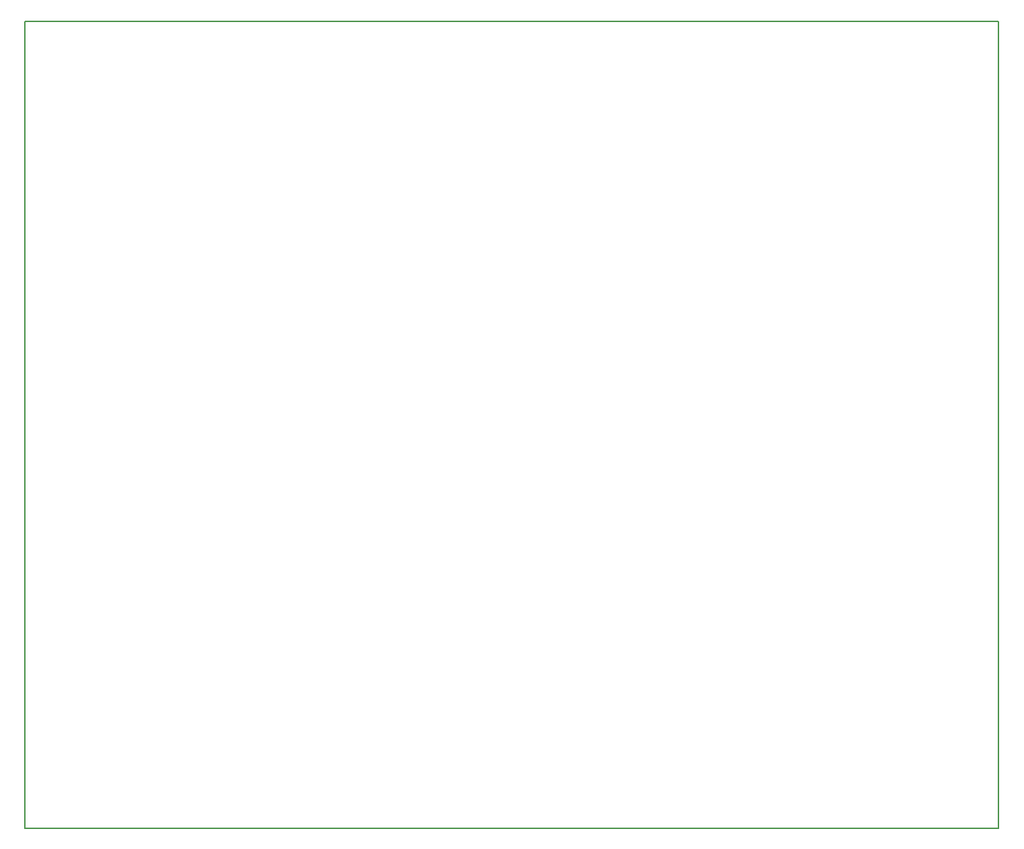
<source format=gbr>
%TF.GenerationSoftware,KiCad,Pcbnew,7.0.7*%
%TF.CreationDate,2023-09-28T02:10:51+03:00*%
%TF.ProjectId,main,6d61696e-2e6b-4696-9361-645f70636258,rev?*%
%TF.SameCoordinates,Original*%
%TF.FileFunction,Profile,NP*%
%FSLAX46Y46*%
G04 Gerber Fmt 4.6, Leading zero omitted, Abs format (unit mm)*
G04 Created by KiCad (PCBNEW 7.0.7) date 2023-09-28 02:10:51*
%MOMM*%
%LPD*%
G01*
G04 APERTURE LIST*
%TA.AperFunction,Profile*%
%ADD10C,0.200000*%
%TD*%
G04 APERTURE END LIST*
D10*
X15240000Y109220000D02*
X134620000Y109220000D01*
X134620000Y10160000D01*
X15240000Y10160000D01*
X15240000Y109220000D01*
M02*

</source>
